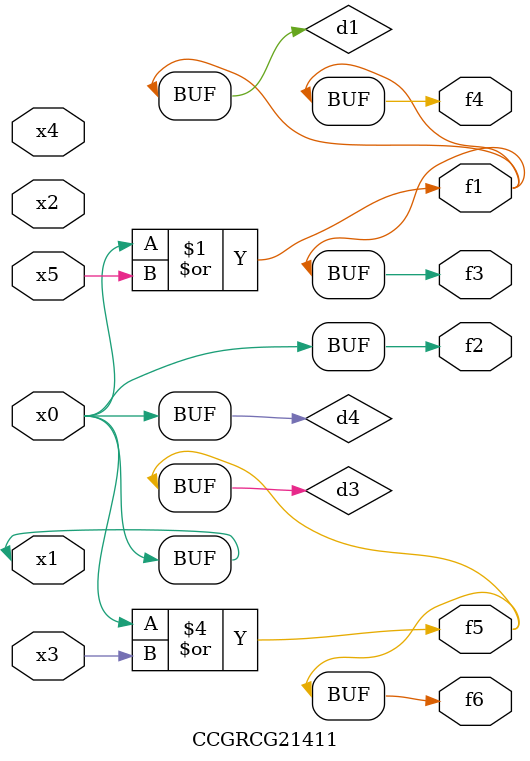
<source format=v>
module CCGRCG21411(
	input x0, x1, x2, x3, x4, x5,
	output f1, f2, f3, f4, f5, f6
);

	wire d1, d2, d3, d4;

	or (d1, x0, x5);
	xnor (d2, x1, x4);
	or (d3, x0, x3);
	buf (d4, x0, x1);
	assign f1 = d1;
	assign f2 = d4;
	assign f3 = d1;
	assign f4 = d1;
	assign f5 = d3;
	assign f6 = d3;
endmodule

</source>
